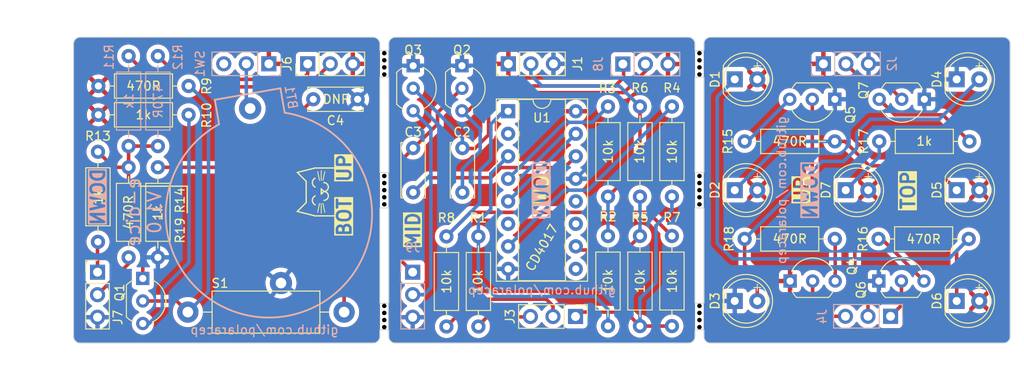
<source format=kicad_pcb>
(kicad_pcb (version 20240108) (generator "pcbnew") (generator_version "8.0")
  (layers (0 "F.Cu" signal) (31 "B.Cu" signal) (34 "B.Paste" user) (35 "F.Paste" user) (36 "B.SilkS" user "B.Silkscreen") (37 "F.SilkS" user "F.Silkscreen") (38 "B.Mask" user) (39 "F.Mask" user) (44 "Edge.Cuts" user))
  (net 0 "")
  (net 1 "Net-(BT1-+)")
  (net 2 "GND")
  (net 3 "+3V0")
  (net 4 "/R11_IN_MID")
  (net 5 "Net-(U1-Q0)")
  (net 6 "Net-(U1-Q2)")
  (net 7 "Net-(U1-Q3)")
  (net 8 "Net-(U1-Q4)")
  (net 9 "Net-(U1-Q5)")
  (net 11 "/RST")
  (net 16 "Net-(Q7-C)")
  (net 17 "/3V_TOP")
  (net 18 "/GND_TOP")
  (net 19 "Net-(D1-K)")
  (net 20 "Net-(D2-K)")
  (net 21 "Net-(D3-A)")
  (net 22 "Net-(D7-K)")
  (net 23 "/R12_IN_MID")
  (net 24 "/SEG_7_MID")
  (net 25 "/SEG_34_MID")
  (net 26 "/SEG_25_MID")
  (net 27 "/SEG_16_MID")
  (net 28 "/SEG_7_TOP")
  (net 29 "/SEG_34_TOP")
  (net 30 "/SEG_25_TOP")
  (net 31 "/SEG_16_TOP")
  (net 32 "Net-(Q1-C)")
  (net 33 "/R14_IN_MID")
  (net 34 "Net-(Q4-C)")
  (net 35 "Net-(Q5-C)")
  (net 37 "/R13_IN_MID")
  (net 38 "/R11_IN_BOT")
  (net 39 "Net-(Q6-C)")
  (net 40 "/bot_gnd")
  (net 41 "/bot_3V")
  (net 42 "/R12_IN_BOT")
  (net 43 "/R13_IN_BOT")
  (net 44 "/R14_IN_BOT")
  (net 45 "Net-(Q1-E)")
  (net 46 "Net-(S1-Pin_2)")
  (net 47 "Net-(Q1-B)")
  (footprint "Resistor_THT:R_Axial_DIN0207_L6.3mm_D2.5mm_P10.16mm_Horizontal" (layer "F.Cu") (at 192.75 59.75 180)
    (property "Reference" "R18")
    (property "Value" "470R")
  )
  (footprint "" (layer "F.Cu") (at 177.5 39.6)
    (property "Reference" "")
    (property "Value" "")
  )
  (footprint "Capacitor_THT:C_Disc_D6.0mm_W2.5mm_P5.00mm" (layer "F.Cu") (at 134 44)
    (property "Reference" "C4")
    (property "Value" "C")
  )
  (footprint "" (layer "F.Cu") (at 142 53.45)
    (property "Reference" "")
    (property "Value" "")
  )
  (footprint "" (layer "F.Cu") (at 177.5 38.8)
    (property "Reference" "")
    (property "Value" "")
  )
  (footprint "" (layer "F.Cu") (at 142 68.9)
    (property "Reference" "")
    (property "Value" "")
  )
  (footprint "" (layer "F.Cu") (at 177.5 68.9)
    (property "Reference" "")
    (property "Value" "")
  )
  (footprint "" (layer "F.Cu") (at 177.5 54.25)
    (property "Reference" "")
    (property "Value" "")
  )
  (footprint "" (layer "F.Cu") (at 142 69.7)
    (property "Reference" "")
    (property "Value" "")
  )
  (footprint "" (layer "F.Cu") (at 142 38.8)
    (property "Reference" "")
    (property "Value" "")
  )
  (footprint "" (layer "F.Cu") (at 177.5 52.65)
    (property "Reference" "")
    (property "Value" "")
  )
  (footprint "" (layer "F.Cu") (at 142 54.25)
    (property "Reference" "")
    (property "Value" "")
  )
  (footprint "Resistor_THT:R_Axial_DIN0207_L6.3mm_D2.5mm_P10.16mm_Horizontal" (layer "F.Cu") (at 192.75 48.75 180)
    (property "Reference" "R15")
    (property "Value" "470R")
  )
  (footprint "" (layer "F.Cu") (at 142 67.3)
    (property "Reference" "")
    (property "Value" "")
  )
  (footprint "kit-fp:LED_D5.0mm_Marked" (layer "F.Cu") (at 206.475 54.25)
    (property "Reference" "D5")
    (property "Value" "LED")
  )
  (footprint "Resistor_THT:R_Axial_DIN0207_L6.3mm_D2.5mm_P10.16mm_Horizontal" (layer "F.Cu") (at 116.5 51.67 -90)
    (property "Reference" "R19")
    (property "Value" "1k")
  )
  (footprint "Resistor_THT:R_Axial_DIN0207_L6.3mm_D2.5mm_P10.16mm_Horizontal" (layer "F.Cu") (at 170.8 59.42 -90)
    (property "Reference" "R5")
    (property "Value" "10k")
  )
  (footprint "Package_TO_SOT_THT:TO-92_Inline_Wide" (layer "F.Cu") (at 114.800002 64.209996 -90)
    (property "Reference" "Q1")
    (property "Value" "2N3904")
  )
  (footprint "Package_TO_SOT_THT:TO-92_Inline_Wide" (layer "F.Cu") (at 145.25 40.22 -90)
    (property "Reference" "Q3")
    (property "Value" "2N3904")
  )
  (footprint "Package_TO_SOT_THT:TO-92_Inline_Wide" (layer "F.Cu") (at 192.75 44 180)
    (property "Reference" "Q5")
    (property "Value" "2N3904")
  )
  (footprint "Package_DIP:DIP-16_W7.62mm_Socket" (layer "F.Cu") (at 155.95 45.35)
    (property "Reference" "U1")
    (property "Value" "4017")
  )
  (footprint "" (layer "F.Cu") (at 177.5 41.2)
    (property "Reference" "")
    (property "Value" "")
  )
  (footprint "" (layer "F.Cu") (at 177.5 55.85)
    (property "Reference" "")
    (property "Value" "")
  )
  (footprint "" (layer "F.Cu") (at 177.5 67.3)
    (property "Reference" "")
    (property "Value" "")
  )
  (footprint "Resistor_THT:R_Axial_DIN0207_L6.3mm_D2.5mm_P10.16mm_Horizontal" (layer "F.Cu") (at 113.2 51.67 -90)
    (property "Reference" "R14")
    (property "Value" "470R")
  )
  (footprint "kit-fp:LED_D5.0mm_Marked" (layer "F.Cu") (at 193.975 54.25)
    (property "Reference" "D7")
    (property "Value" "LED")
  )
  (footprint "Connector_PinHeader_2.54mm:PinHeader_1x03_P2.54mm_Vertical" (layer "F.Cu") (at 155.975 40 90)
    (property "Reference" "J1")
    (property "Value" "mid_conn_1")
  )
  (footprint "" (layer "F.Cu") (at 177.5 55.05)
    (property "Reference" "")
    (property "Value" "")
  )
  (footprint "Connector_PinHeader_2.54mm:PinHeader_1x03_P2.54mm_Vertical" (layer "F.Cu") (at 109.7 63.5)
    (property "Reference" "J7")
    (property "Value" "bot_conn_2")
  )
  (footprint "kit-fp:LED_D5.0mm_Marked" (layer "F.Cu") (at 206.475 41.75)
    (property "Reference" "D4")
    (property "Value" "LED")
  )
  (footprint "kit-fp:LED_D5.0mm_Marked" (layer "F.Cu") (at 181.475 41.75)
    (property "Reference" "D1")
    (property "Value" "LED")
  )
  (footprint "Resistor_THT:R_Axial_DIN0207_L6.3mm_D2.5mm_P10.16mm_Horizontal" (layer "F.Cu") (at 174.4 44.82 -90)
    (property "Reference" "R4")
    (property "Value" "10k")
  )
  (footprint "" (layer "F.Cu") (at 177.5 69.7)
    (property "Reference" "")
    (property "Value" "")
  )
  (footprint "" (layer "F.Cu") (at 142 41.2)
    (property "Reference" "")
    (property "Value" "")
  )
  (footprint "Resistor_THT:R_Axial_DIN0207_L6.3mm_D2.5mm_P10.16mm_Horizontal" (layer "F.Cu") (at 167.2 44.82 -90)
    (property "Reference" "R3")
    (property "Value" "10k")
  )
  (footprint "Resistor_THT:R_Axial_DIN0207_L6.3mm_D2.5mm_P10.16mm_Horizontal" (layer "F.Cu") (at 174.4 59.42 -90)
    (property "Reference" "R7")
    (property "Value" "10k")
  )
  (footprint "" (layer "F.Cu") (at 177.5 68.1)
    (property "Reference" "")
    (property "Value" "")
  )
  (footprint "Connector_PinHeader_2.54mm:PinHeader_1x03_P2.54mm_Vertical" (layer "F.Cu") (at 163.54 68.5 -90)
    (property "Reference" "J3")
    (property "Value" "mid_conn_2")
  )
  (footprint "kit-fp:LED_D5.0mm_Marked" (layer "F.Cu") (at 181.475 54.25)
    (property "Reference" "D2")
    (property "Value" "LED")
  )
  (footprint "" (layer "F.Cu") (at 177.5 40.4)
    (property "Reference" "")
    (property "Value" "")
  )
  (footprint "" (layer "F.Cu") (at 142 40.4)
    (property "Reference" "")
    (property "Value" "")
  )
  (footprint "Resistor_THT:R_Axial_DIN0207_L6.3mm_D2.5mm_P10.16mm_Horizontal" (layer "F.Cu") (at 167.2 69.58 90)
    (property "Reference" "R2")
    (property "Value" "10k")
  )
  (footprint "kit-fp:LED_D5.0mm_Marked" (layer "F.Cu") (at 181.475 66.75)
    (property "Reference" "D3")
    (property "Value" "LED")
  )
  (footprint "Capacitor_THT:C_Disc_D6.0mm_W2.5mm_P5.00mm" (layer "F.Cu") (at 150.8 54.5 90)
    (property "Reference" "C2")
    (property "Value" "100n")
  )
  (footprint "Resistor_THT:R_Axial_DIN0207_L6.3mm_D2.5mm_P10.16mm_Horizontal" (layer "F.Cu") (at 170.8 54.98 90)
    (property "Reference" "R6")
    (property "Value" "10k")
  )
  (footprint "Resistor_THT:R_Axial_DIN0207_L6.3mm_D2.5mm_P10.16mm_Horizontal" (layer "F.Cu") (at 109.795 45.75)
    (property "Reference" "R10")
    (property "Value" "1k")
  )
  (footprint "Resistor_THT:R_Axial_DIN0207_L6.3mm_D2.5mm_P10.16mm_Horizontal" (layer "F.Cu") (at 149 59.47 -90)
    (property "Reference" "R8")
    (property "Value" "10k")
  )
  (footprint "Package_TO_SOT_THT:TO-92_Inline_Wide" (layer "F.Cu") (at 202.83 44 180)
    (property "Reference" "Q7")
    (property "Value" "2N3904")
  )
  (footprint "Resistor_THT:R_Axial_DIN0207_L6.3mm_D2.5mm_P10.16mm_Horizontal" (layer "F.Cu") (at 207.83 59.75 180)
    (property "Reference" "R16")
    (property "Value" "470R")
  )
  (footprint "Package_TO_SOT_THT:TO-92_Inline_Wide" (layer "F.Cu") (at 150.75 40.22 -90)
    (property "Reference" "Q2")
    (property "Value" "2N3904")
  )
  (footprint "Capacitor_THT:C_Disc_D6.0mm_W2.5mm_P5.00mm" (layer "F.Cu") (at 145.25 49.5 -90)
    (property "Reference" "C3")
    (property "Value" "100n")
  )
  (footprint "Resistor_THT:R_Axial_DIN0207_L6.3mm_D2.5mm_P10.16mm_Horizontal" (layer "F.Cu") (at 152.6 59.47 -90)
    (property "Reference" "R1")
    (property "Value" "10k")
  )
  (footprint "" (layer "F.Cu") (at 142 68.1)
    (property "Reference" "")
    (property "Value" "")
  )
  (footprint "Package_TO_SOT_THT:TO-92_Inline_Wide" (layer "F.Cu") (at 197.71 64.5)
    (property "Reference" "Q6")
    (property "Value" "2N3904")
  )
  (footprint "kit-fp:SW-420" (layer "F.Cu") (at 119.875 68.002862)
    (property "Reference" "S1")
    (property "Value" "Vibration Sensor")
  )
  (footprint "" (layer "F.Cu") (at 142 55.05)
    (property "Reference" "")
    (property "Value" "")
  )
  (footprint "Resistor_THT:R_Axial_DIN0207_L6.3mm_D2.5mm_P10.16mm_Horizontal" (layer "F.Cu") (at 109.75 49.92 -90)
    (property "Reference" "R13")
    (property "Value" "1k")
  )
  (footprint "" (layer "F.Cu") (at 142 55.85)
    (property "Reference" "")
    (property "Value" "")
  )
  (footprint "Resistor_THT:R_Axial_DIN0207_L6.3mm_D2.5mm_P10.16mm_Horizontal" (layer "F.Cu") (at 197.75 48.75)
    (property "Reference" "R17")
    (property "Value" "1k")
  )
  (footprint "Package_TO_SOT_THT:TO-92_Inline_Wide" (layer "F.Cu") (at 187.71 64.5)
    (property "Reference" "Q4")
    (property "Value" "2N3906")
  )
  (footprint "" (layer "F.Cu") (at 142 39.6)
    (property "Reference" "")
    (property "Value" "")
  )
  (footprint "Resistor_THT:R_Axial_DIN0207_L6.3mm_D2.5mm_P10.16mm_Horizontal" (layer "F.Cu") (at 109.795 42.5)
    (property "Reference" "R9")
    (property "Value" "470R")
  )
  (footprint "" (layer "F.Cu") (at 177.5 53.45)
    (property "Reference" "")
    (property "Value" "")
  )
  (footprint "Connector_PinHeader_2.54mm:PinHeader_1x03_P2.54mm_Vertical" (layer "F.Cu") (at 133.375 40 90)
    (property "Reference" "J6")
    (property "Value" "bot_conn_1")
  )
  (footprint "kit-fp:LED_D5.0mm_Marked" (layer "F.Cu") (at 206.475 66.75)
    (property "Reference" "D6")
    (property "Value" "LED")
  )
  (footprint "" (layer "F.Cu") (at 142 52.65)
    (property "Reference" "")
    (property "Value" "")
  )
  (footprint "Resistor_THT:R_Axial_DIN0207_L6.3mm_D2.5mm_P10.16mm_Horizontal" (layer "B.Cu") (at 116.5 49.28 90)
    (property "Reference" "R11")
    (property "Value" "470R")
  )
  (footprint "Connector_PinSocket_2.54mm:PinSocket_1x03_P2.54mm_Vertical" (layer "B.Cu") (at 145.2 63.5 180)
    (property "Reference" "J9")
    (property "Value" "mid_conn_4")
  )
  (footprint "Connector_PinHeader_2.54mm:PinHeader_1x03_P2.54mm_Vertical" (layer "B.Cu") (at 129 39.999999 90)
    (property "Reference" "SW1")
    (property "Value" "SW_SPDT")
  )
  (footprint "Connector_PinSocket_2.54mm:PinSocket_1x03_P2.54mm_Vertical" (layer "B.Cu") (at 191.46 40 -90)
    (property "Reference" "J2")
    (property "Value" "top_conn_1")
  )
  (footprint "Resistor_THT:R_Axial_DIN0207_L6.3mm_D2.5mm_P10.16mm_Horizontal" (layer "B.Cu") (at 113.2 49.28 90)
    (property "Reference" "R12")
    (property "Value" "1k")
  )
  (footprint "Connector_PinSocket_2.54mm:PinSocket_1x03_P2.54mm_Vertical" (layer "B.Cu") (at 199.025 68.475 90)
    (property "Reference" "J4")
    (property "Value" "top_conn_2")
  )
  (footprint "kit-fp:CONNFLY_DS1092-04" (layer "B.Cu") (at 129 56.997138 100)
    (property "Reference" "BT1")
    (property "Value" "3V")
  )
  (footprint "Connector_PinSocket_2.54mm:PinSocket_1x03_P2.54mm_Vertical" (layer "B.Cu") (at 168.875 40.025 -90)
    (property "Reference" "J8")
    (property "Value" "mid_conn_3")
  )
  (gr_line (start 135.1 53.150002) (end 135.300001 52.15) (stroke (width 0.1)) (layer "F.SilkS"))
  (gr_line (start 132.2 52.25) (end 134.2 51.75) (stroke (width 0.15)) (layer "F.SilkS"))
  (gr_line (start 133.2 53.25) (end 132.2 52.25) (stroke (width 0.15)) (layer "F.SilkS"))
  (gr_line (start 134.9 53.150001) (end 134.9 52.05) (stroke (width 0.1)) (layer "F.SilkS"))
  (gr_line (start 114.6 53.8) (end 119.8 53.8) (stroke (width 0.15)) (layer "F.SilkS"))
  (gr_line (start 134.9 54.099999) (end 135.2 54.4) (stroke (width 0.15)) (layer "F.SilkS"))
  (gr_line (start 134.7 53.15) (end 134.5 52.15) (stroke (width 0.1)) (layer "F.SilkS"))
  (gr_line (start 134.899999 54.7) (end 134.9 54.099999) (stroke (width 0.15)) (layer "F.SilkS"))
  (gr_line (start 134.9 55.750001) (end 134.9 56.850001) (stroke (width 0.1)) (layer "F.SilkS"))
  (gr_arc (start 135.2 54.4) (mid 135.699998 54.9) (end 135.2 55.4) (stroke (width 0.15)) (layer "F.SilkS"))
  (gr_arc (start 134.209015 53.9) (mid 133.899999 53.4) (end 134.209016 52.900002) (stroke (width 0.15)) (layer "F.SilkS"))
  (gr_line (start 134.2 57.15) (end 136.45 57.15) (stroke (width 0.15)) (layer "F.SilkS"))
  (gr_arc (start 134.209015 55.899999) (mid 133.899999 55.4) (end 134.209016 54.900002) (stroke (width 0.15)) (layer "F.SilkS"))
  (gr_line (start 133.2 55.65) (end 133.2 53.25) (stroke (width 0.15)) (layer "F.SilkS"))
  (gr_line (start 135.099998 55.75) (end 135.299999 56.75) (stroke (width 0.1)) (layer "F.SilkS"))
  (gr_line (start 132.199999 56.649999) (end 133.2 55.65) (stroke (width 0.15)) (layer "F.SilkS"))
  (gr_line (start 135.2 54.4) (end 134.899999 54.7) (stroke (width 0.15)) (layer "F.SilkS"))
  (gr_line (start 134.7 55.749999) (end 134.5 56.750002) (stroke (width 0.1)) (layer "F.SilkS"))
  (gr_line (start 119.8 53.8) (end 119.8 56.8) (stroke (width 0.15)) (layer "F.SilkS"))
  (gr_line (start 134.2 51.75) (end 136.449999 51.750001) (stroke (width 0.15)) (layer "F.SilkS"))
  (gr_line (start 134.2 57.15) (end 132.199999 56.649999) (stroke (width 0.15)) (layer "F.SilkS"))
  (gr_arc (start 135.2 53.4) (mid 135.700002 53.9) (end 135.2 54.4) (stroke (width 0.15)) (layer "F.SilkS"))
  (gr_line (start 177 67) (end 178 67) (stroke (width 0.1)) (layer "Edge.Cuts"))
  (gr_line (start 212.5 70.75) (end 212.5 37.75) (stroke (width 0.1)) (layer "Edge.Cuts"))
  (gr_arc (start 107.75 71.5) (mid 107.21967 71.28033) (end 107 70.75) (stroke (width 0.1)) (layer "Edge.Cuts"))
  (gr_line (start 141.5 41.5) (end 142.5 41.5) (stroke (width 0.1)) (layer "Edge.Cuts"))
  (gr_arc (start 142.5 37.75) (mid 142.71967 37.21967) (end 143.25 37) (stroke (width 0.1)) (layer "Edge.Cuts"))
  (gr_arc (start 107 37.75) (mid 107.21967 37.21967) (end 107.75 37) (stroke (width 0.1)) (layer "Edge.Cuts"))
  (gr_line (start 177 38.5) (end 177 37.75) (stroke (width 0.1)) (layer "Edge.Cuts"))
  (gr_line (start 177 70.75) (end 177 70) (stroke (width 0.1)) (layer "Edge.Cuts"))
  (gr_line (start 107 37.75) (end 107 70.75) (stroke (width 0.1)) (layer "Edge.Cuts"))
  (gr_line (start 211.75 37) (end 178.75 37) (stroke (width 0.1)) (layer "Edge.Cuts"))
  (gr_arc (start 178.75 71.5) (mid 178.21967 71.28033) (end 178 70.75) (stroke (width 0.1)) (layer "Edge.Cuts"))
  (gr_line (start 141.5 38.5) (end 142.5 38.5) (stroke (width 0.1)) (layer "Edge.Cuts"))
  (gr_line (start 141.5 67) (end 142.5 67) (stroke (width 0.1)) (layer "Edge.Cuts"))
  (gr_line (start 142.5 52.25) (end 142.5 41.5) (stroke (width 0.1)) (layer "Edge.Cuts"))
  (gr_arc (start 176.25 37) (mid 176.78033 37.21967) (end 177 37.75) (stroke (width 0.1)) (layer "Edge.Cuts"))
  (gr_line (start 141.5 56.25) (end 141.5 67) (stroke (width 0.1)) (layer "Edge.Cuts"))
  (gr_line (start 141.5 70.75) (end 141.5 70) (stroke (width 0.1)) (layer "Edge.Cuts"))
  (gr_line (start 143.25 71.5) (end 176.25 71.5) (stroke (width 0.1)) (layer "Edge.Cuts"))
  (gr_line (start 142.5 67) (end 142.5 56.25) (stroke (width 0.1)) (layer "Edge.Cuts"))
  (gr_line (start 142.5 37.75) (end 142.5 38.5) (stroke (width 0.1)) (layer "Edge.Cuts"))
  (gr_line (start 141.5 41.5) (end 141.5 52.25) (stroke (width 0.1)) (layer "Edge.Cuts"))
  (gr_arc (start 178 37.75) (mid 178.21967 37.21967) (end 178.75 37) (stroke (width 0.1)) (layer "Edge.Cuts"))
  (gr_arc (start 211.75 37) (mid 212.28033 37.21967) (end 212.5 37.75) (stroke (width 0.1)) (layer "Edge.Cuts"))
  (gr_arc (start 143.25 71.5) (mid 142.71967 71.28033) (end 142.5 70.75) (stroke (width 0.1)) (layer "Edge.Cuts"))
  (gr_arc (start 140.75 37) (mid 141.28033 37.21967) (end 141.5 37.75) (stroke (width 0.1)) (layer "Edge.Cuts"))
  (gr_line (start 177 41.5) (end 177 52.25) (stroke (width 0.1)) (layer "Edge.Cuts"))
  (gr_line (start 178 70) (end 178 70.75) (stroke (width 0.1)) (layer "Edge.Cuts"))
  (gr_line (start 142.5 70) (end 142.5 70.75) (stroke (width 0.1)) (layer "Edge.Cuts"))
  (gr_line (start 176.25 37) (end 143.25 37) (stroke (width 0.1)) (layer "Edge.Cuts"))
  (gr_line (start 141.5 38.5) (end 141.5 37.75) (stroke (width 0.1)) (layer "Edge.Cuts"))
  (gr_line (start 141.5 52.25) (end 142.5 52.25) (stroke (width 0.1)) (layer "Edge.Cuts"))
  (gr_line (start 177 41.5) (end 178 41.5) (stroke (width 0.1)) (layer "Edge.Cuts"))
  (gr_line (start 178 67) (end 178 56.25) (stroke (width 0.1)) (layer "Edge.Cuts"))
  (gr_line (start 107.75 71.5) (end 140.75 71.5) (stroke (width 0.1)) (layer "Edge.Cuts"))
  (gr_arc (start 141.5 70.75) (mid 141.28033 71.28033) (end 140.75 71.5) (stroke (width 0.1)) (layer "Edge.Cuts"))
  (gr_arc (start 212.5 70.75) (mid 212.28033 71.28033) (end 211.75 71.5) (stroke (width 0.1)) (layer "Edge.Cuts"))
  (gr_line (start 177 38.5) (end 178 38.5) (stroke (width 0.1)) (layer "Edge.Cuts"))
  (gr_line (start 178.75 71.5) (end 211.75 71.5) (stroke (width 0.1)) (layer "Edge.Cuts"))
  (gr_line (start 141.5 56.25) (end 142.5 56.25) (stroke (width 0.1)) (layer "Edge.Cuts"))
  (gr_arc (start 177 70.75) (mid 176.78033 71.28033) (end 176.25 71.5) (stroke (width 0.1)) (layer "Edge.Cuts"))
  (gr_line (start 178 52.25) (end 178 41.5) (stroke (width 0.1)) (layer "Edge.Cuts"))
  (gr_line (start 140.75 37) (end 107.75 37) (stroke (width 0.1)) (layer "Edge.Cuts"))
  (gr_line (start 177 70) (end 178 70) (stroke (width 0.1)) (layer "Edge.Cuts"))
  (gr_line (start 178 37.75) (end 178 38.5) (stroke (width 0.1)) (layer "Edge.Cuts"))
  (gr_line (start 177 56.25) (end 177 67) (stroke (width 0.1)) (layer "Edge.Cuts"))
  (gr_line (start 177 56.25) (end 178 56.25) (stroke (width 0.1)) (layer "Edge.Cuts"))
  (gr_line (start 141.5 70) (end 142.5 70) (stroke (width 0.1)) (layer "Edge.Cuts"))
  (gr_line (start 177 52.25) (end 178 52.25) (stroke (width 0.1)) (layer "Edge.Cuts"))
  (gr_text "github.com/polaracep" (at 186.75 54.25 90) (layer "B.SilkS") (effects (font (size 1 1)) (justify mirror)))
  (gr_text "V1.0" (at 117 56.75 90) (layer "B.SilkS") (effects (font (size 1.5 1.5) (thickness 0.2)) (justify bottom mirror)))
  (gr_text "DOWN" (at 159.75 54.25 90) (layer "B.SilkS" knockout) (effects (font (size 1.5 1.5) (thickness 0.3) (bold yes)) (justify mirror)))
  (gr_text "e-dice" (at 113.75 56.75 90) (layer "B.SilkS") (effects (font (size 1.5 1.5) (thickness 0.2)) (justify mirror)))
  (gr_text "DOWN" (at 109.75 55 90) (layer "B.SilkS" knockout) (effects (font (size 1.5 1.5) (thickness 0.3) (bold yes)) (justify mirror)))
  (gr_text "DOWN" (at 190 54.25 90) (layer "B.SilkS" knockout) (effects (font (size 1.5 1.5) (thickness 0.3) (bold yes)) (justify mirror)))
  (gr_text "github.com/polaracep" (at 128.5 70 0) (layer "B.SilkS") (effects (font (size 1 1)) (justify mirror)))
  (gr_text "github.com/polaracep" (at 159.75 65.5 0) (layer "B.SilkS") (effects (font (size 1 1)) (justify mirror)))
  (gr_text "TOP" (at 201 54.25 90) (layer "F.SilkS" knockout) (effects (font (size 1.5 1.5) (thickness 0.3) (bold yes))))
  (gr_text "UP" (at 189 54.25 90) (layer "F.SilkS" knockout) (effects (font (size 1.5 1.5) (thickness 0.3) (bold yes))))
  (gr_text "UP" (at 137.5 53.5 90) (layer "F.SilkS" knockout) (effects (font (size 1.5 1.5) (thickness 0.3) (bold yes)) (justify left)))
  (gr_text "UP" (at 159.75 54.25 90) (layer "F.SilkS" knockout) (effects (font (size 1.5 1.5) (thickness 0.3) (bold yes))))
  (gr_text "MID" (at 145.25 58.75 90) (layer "F.SilkS" knockout) (effects (font (size 1.5 1.5) (thickness 0.3) (bold yes))))
  (gr_text "BOT" (at 137.5 55 90) (layer "F.SilkS" knockout) (effects (font (size 1.5 1.5) (thickness 0.3) (bold yes)) (justify right)))
  (gr_text "CD4017" (at 159.75 60.75 60) (layer "F.SilkS") (effects (font (size 1 1))))
  (gr_text "DNP" (at 136.6 44 0) (layer "F.SilkS") (effects (font (size 1 1))))
  (segment (start 126.46 39.999999) (end 126.46 44.601549) (width 0.4) (layer "B.Cu") (net 1))
  (segment (start 126.46 44.601549) (end 126.890175 45.031724) (width 0.4) (layer "B.Cu") (net 1))
  (segment (start 163.57 52.97) (end 165.4 51.14) (width 0.4) (layer "B.Cu") (net 2))
  (segment (start 161.7 45.35) (end 161.2 45.85) (width 0.4) (layer "F.Cu") (net 3))
  (segment (start 163.57 45.35) (end 161.7 45.35) (width 0.4) (layer "F.Cu") (net 3))
  (segment (start 168 42.5) (end 168.96 41.54) (width 0.4) (layer "F.Cu") (net 4))
  (segment (start 168.96 41.54) (end 168.96 40.05) (width 0.4) (layer "F.Cu") (net 4))
  (segment (start 151.45 45.3) (end 154.25 42.5) (width 0.4) (layer "F.Cu") (net 4))
  (segment (start 150.75 45.3) (end 151.45 45.3) (width 0.4) (layer "F.Cu") (net 4))
  (segment (start 154.25 42.5) (end 168 42.5) (width 0.4) (layer "F.Cu") (net 4))
  (segment (start 150.8 54.55) (end 150.8 51.85) (width 0.4) (layer "B.Cu") (net 4))
  (segment (start 152.8 47.35) (end 150.75 45.3) (width 0.4) (layer "B.Cu") (net 4))
  (segment (start 152.8 49.85) (end 152.8 47.35) (width 0.4) (layer "B.Cu") (net 4))
  (segment (start 150.8 51.85) (end 152.8 49.85) (width 0.4) (layer "B.Cu") (net 4))
  (segment (start 152.6 59.47) (end 152.6 64.35) (width 0.4) (layer "B.Cu") (net 5))
  (segment (start 152.6 64.35) (end 154.5 66.25) (width 0.4) (layer "B.Cu") (net 5))
  (segment (start 154 52.38) (end 154 56.4) (width 0.4) (layer "B.Cu") (net 5))
  (segment (start 152.6 57.8) (end 152.6 59.47) (width 0.4) (layer "B.Cu") (net 5))
  (segment (start 165.75 66.25) (end 167.2 67.7) (width 0.4) (layer "B.Cu") (net 5))
  (segment (start 154 56.4) (end 152.6 57.8) (width 0.4) (layer "B.Cu") (net 5))
  (segment (start 154.5 66.25) (end 165.75 66.25) (width 0.4) (layer "B.Cu") (net 5))
  (segment (start 155.95 50.43) (end 154 52.38) (width 0.4) (layer "B.Cu") (net 5))
  (segment (start 167.2 67.7) (end 167.2 69.58) (width 0.4) (layer "B.Cu") (net 5))
  (segment (start 155.95 52.97) (end 162.32 46.6) (width 0.4) (layer "B.Cu") (net 6))
  (segment (start 165.42 46.6) (end 167.2 44.82) (width 0.4) (layer "B.Cu") (net 6))
  (segment (start 162.32 46.6) (end 165.42 46.6) (width 0.4) (layer "B.Cu") (net 6))
  (segment (start 174.4 44.82) (end 164.97 54.25) (width 0.4) (layer "B.Cu") (net 7))
  (segment (start 164.97 54.25) (end 162.29 54.25) (width 0.4) (layer "B.Cu") (net 7))
  (segment (start 162.29 54.25) (end 155.95 60.59) (width 0.4) (layer "B.Cu") (net 7))
  (segment (start 163.98 61) (end 169.22 61) (width 0.4) (layer "F.Cu") (net 8))
  (segment (start 169.22 61) (end 170.8 59.42) (width 0.4) (layer "F.Cu") (net 8))
  (segment (start 163.57 60.59) (end 163.98 61) (width 0.4) (layer "F.Cu") (net 8))
  (segment (start 170.8 54.98) (end 170.8 59.42) (width 0.4) (layer "B.Cu") (net 8))
  (segment (start 149 59.47) (end 151.72 56.75) (width 0.4) (layer "F.Cu") (net 9))
  (segment (start 151.72 56.75) (end 171.73 56.75) (width 0.4) (layer "F.Cu") (net 9))
  (segment (start 171.73 56.75) (end 174.4 59.42) (width 0.4) (layer "F.Cu") (net 9))
  (segment (start 152.75 55.72) (end 149 59.47) (width 0.4) (layer "B.Cu") (net 9))
  (segment (start 154 46.8) (end 154 50.8) (width 0.4) (layer "B.Cu") (net 9))
  (segment (start 155.95 45.35) (end 155.45 45.35) (width 0.4) (layer "B.Cu") (net 9))
  (segment (start 155.45 45.35) (end 154 46.8) (width 0.4) (layer "B.Cu") (net 9))
  (segment (start 152.75 52.05) (end 152.75 55.72) (width 0.4) (layer "B.Cu") (net 9))
  (segment (start 154 50.8) (end 152.75 52.05) (width 0.4) (layer "B.Cu") (net 9))
  (segment (start 155.95 55.51) (end 163.57 47.89) (width 0.4) (layer "B.Cu") (net 11))
  (segment (start 199.5 45.75) (end 197.75 44) (width 0.4) (layer "F.Cu") (net 16))
  (segment (start 204.91 45.75) (end 199.5 45.75) (width 0.4) (layer "F.Cu") (net 16))
  (segment (start 207.91 48.75) (end 204.91 45.75) (width 0.4) (layer "F.Cu") (net 16))
  (segment (start 206.475 66.75) (end 206.475 61.105) (width 0.4) (layer "F.Cu") (net 19))
  (segment (start 206.475 61.105) (end 207.83 59.75) (width 0.4) (layer "F.Cu") (net 19))
  (segment (start 179.5 43.725) (end 181.475 41.75) (width 0.4) (layer "B.Cu") (net 19))
  (segment (start 181.25 62) (end 179.5 60.25) (width 0.4) (layer "B.Cu") (net 19))
  (segment (start 179.5 60.25) (end 179.5 43.725) (width 0.4) (layer "B.Cu") (net 19))
  (segment (start 207.83 59.75) (end 205.58 62) (width 0.4) (layer "B.Cu") (net 19))
  (segment (start 205.58 62) (end 181.25 62) (width 0.4) (layer "B.Cu") (net 19))
  (segment (start 196.63137 51.5) (end 203.725 51.5) (width 0.4) (layer "F.Cu") (net 20))
  (segment (start 193.88137 48.75) (end 196.63137 51.5) (width 0.4) (layer "F.Cu") (net 20))
  (segment (start 192.75 48.75) (end 193.88137 48.75) (width 0.4) (layer "F.Cu") (net 20))
  (segment (start 203.725 51.5) (end 206.475 54.25) (width 0.4) (layer "F.Cu") (net 20))
  (segment (start 186.975 48.75) (end 192.75 48.75) (width 0.4) (layer "B.Cu") (net 20))
  (segment (start 181.475 54.25) (end 186.975 48.75) (width 0.4) (layer "B.Cu") (net 20))
  (segment (start 184.015 64.015) (end 182.59 62.59) (width 0.4) (layer "F.Cu") (net 21))
  (segment (start 182.59 62.59) (end 182.59 59.75) (width 0.4) (layer "F.Cu") (net 21))
  (segment (start 184.015 66.75) (end 184.015 64.015) (width 0.4) (layer "F.Cu") (net 21))
  (segment (start 195.25 47.75) (end 195.25 49.5) (width 0.4) (layer "B.Cu") (net 21))
  (segment (start 209.015 41.75) (end 204.515 46.25) (width 0.4) (layer "B.Cu") (net 21))
  (segment (start 195.25 49.5) (end 193.75 51) (width 0.4) (layer "B.Cu") (net 21))
  (segment (start 191.34 51) (end 182.59 59.75) (width 0.4) (layer "B.Cu") (net 21))
  (segment (start 193.75 51) (end 191.34 51) (width 0.4) (layer "B.Cu") (net 21))
  (segment (start 204.515 46.25) (end 196.75 46.25) (width 0.4) (layer "B.Cu") (net 21))
  (segment (start 196.75 46.25) (end 195.25 47.75) (width 0.4) (layer "B.Cu") (net 21))
  (segment (start 197.75 48.75) (end 197.75 50.475) (width 0.4) (layer "B.Cu") (net 22))
  (segment (start 197.75 50.475) (end 193.975 54.25) (width 0.4) (layer "B.Cu") (net 22))
  (segment (start 153.75 48) (end 153.75 44.25) (width 0.4) (layer "F.Cu") (net 23))
  (segment (start 152.2 49.55) (end 153.75 48) (width 0.4) (layer "F.Cu") (net 23))
  (segment (start 154.75 43.25) (end 169 43.25) (width 0.4) (layer "F.Cu") (net 23))
  (segment (start 150.8 49.55) (end 152.2 49.55) (width 0.4) (layer "F.Cu") (net 23))
  (segment (start 169 43.25) (end 171.5 40.75) (width 0.4) (layer "F.Cu") (net 23))
  (segment (start 153.75 44.25) (end 154.75 43.25) (width 0.4) (layer "F.Cu") (net 23))
  (segment (start 171.5 40.75) (end 171.5 40.05) (width 0.4) (layer "F.Cu") (net 23))
  (segment (start 150.8 48.31) (end 150.8 49.55) (width 0.4) (layer "B.Cu") (net 23))
  (segment (start 145.25 42.76) (end 150.8 48.31) (width 0.4) (layer "B.Cu") (net 23))
  (segment (start 170.8 51.38) (end 167.2 54.98) (width 0.4) (layer "F.Cu") (net 24))
  (segment (start 170.8 44.82) (end 170.8 51.38) (width 0.4) (layer "F.Cu") (net 24))
  (segment (start 158.515 40) (end 158.515 41.265) (width 0.4) (layer "B.Cu") (net 24))
  (segment (start 167.2 54.98) (end 167.2 59.42) (width 0.4) (layer "B.Cu") (net 24))
  (segment (start 168.48 42.5) (end 170.8 44.82) (width 0.4) (layer "B.Cu") (net 24))
  (segment (start 158.515 41.265) (end 159.75 42.5) (width 0.4) (layer "B.Cu") (net 24))
  (segment (start 159.75 42.5) (end 168.48 42.5) (width 0.4) (layer "B.Cu") (net 24))
  (segment (start 153.58 68.55) (end 158.49 68.55) (width 0.4) (layer "F.Cu") (net 25))
  (segment (start 152.5 69.63) (end 153.58 68.55) (width 0.4) (layer "F.Cu") (net 25))
  (segment (start 160.25 66.55) (end 161 67.3) (width 0.4) (layer "F.Cu") (net 26))
  (segment (start 161 67.3) (end 161 68.5) (width 0.4) (layer "F.Cu") (net 26))
  (segment (start 149 69.63) (end 152.08 66.55) (width 0.4) (layer "F.Cu") (net 26))
  (segment (start 152.08 66.55) (end 160.25 66.55) (width 0.4) (layer "F.Cu") (net 26))
  (segment (start 163.54 68.5) (end 164.04 68) (width 0.4) (layer "F.Cu") (net 27))
  (segment (start 164.04 68) (end 169.22 68) (width 0.4) (layer "F.Cu") (net 27))
  (segment (start 170.8 69.58) (end 174.4 69.58) (width 0.4) (layer "F.Cu") (net 27))
  (segment (start 169.22 68) (end 170.8 69.58) (width 0.4) (layer "F.Cu") (net 27))
  (segment (start 170.8 69.58) (end 170.8 66.45) (width 0.4) (layer "B.Cu") (net 27))
  (segment (start 172.6 58.25) (end 174.4 56.45) (width 0.4) (layer "B.Cu") (net 27))
  (segment (start 174.4 56.45) (end 174.4 54.98) (width 0.4) (layer "B.Cu") (net 27))
  (segment (start 170.8 66.45) (end 172.6 64.65) (width 0.4) (layer "B.Cu") (net 27))
  (segment (start 172.6 64.65) (end 172.6 58.25) (width 0.4) (layer "B.Cu") (net 27))
  (segment (start 198.09 41.8) (end 200.29 44) (width 0.4) (layer "F.Cu") (net 28))
  (segment (start 195.8 41.8) (end 198.09 41.8) (width 0.4) (layer "F.Cu") (net 28))
  (segment (start 194 40) (end 195.8 41.8) (width 0.4) (layer "F.Cu") (net 28))
  (segment (start 191.475 68.475) (end 190.25 67.25) (width 0.4) (layer "F.Cu") (net 29))
  (segment (start 190.25 67.25) (end 190.25 64.5) (width 0.4) (layer "F.Cu") (net 29))
  (segment (start 193.945 68.475) (end 191.475 68.475) (width 0.4) (layer "F.Cu") (net 29))
  (segment (start 196.485 66.985) (end 196.485 68.475) (width 0.4) (layer "F.Cu") (net 30))
  (segment (start 190.21 44) (end 190.21 55.71) (width 0.4) (layer "F.Cu") (net 30))
  (segment (start 195 65.5) (end 196.485 66.985) (width 0.4) (layer "F.Cu") (net 30))
  (segment (start 195 57.5) (end 195 65.5) (width 0.4) (layer "F.Cu") (net 30))
  (segment (start 190.21 55.71) (end 191.25 56.75) (width 0.4) (layer "F.Cu") (net 30))
  (segment (start 194.25 56.75) (end 195 57.5) (width 0.4) (layer "F.Cu") (net 30))
  (segment (start 191.25 56.75) (end 194.25 56.75) (width 0.4) (layer "F.Cu") (net 30))
  (segment (start 200.25 67.25) (end 199.025 68.475) (width 0.4) (layer "F.Cu") (net 31))
  (segment (start 200.25 64.5) (end 200.25 67.25) (width 0.4) (layer "F.Cu") (net 31))
  (segment (start 117 65.4) (end 119.999999 62.400001) (width 0.4) (layer "B.Cu") (net 32))
  (segment (start 117 67.8) (end 117 65.4) (width 0.4) (layer "B.Cu") (net 32))
  (segment (start 115.510004 69.289996) (end 117 67.8) (width 0.4) (layer "B.Cu") (net 32))
  (segment (start 114.800002 69.289996) (end 115.510004 69.289996) (width 0.4) (layer "B.Cu") (net 32))
  (segment (start 119.999999 62.400001) (end 119.999999 45.670001) (width 0.4) (layer "B.Cu") (net 32))
  (segment (start 163.57 50.43) (end 162.3 51.7) (width 0.4) (layer "F.Cu") (net 33))
  (segment (start 162.3 51.7) (end 155.15 51.7) (width 0.4) (layer "F.Cu") (net 33))
  (segment (start 155.15 51.7) (end 154 52.85) (width 0.4) (layer "F.Cu") (net 33))
  (segment (start 146.9 52.85) (end 145.25 54.5) (width 0.4) (layer "F.Cu") (net 33))
  (segment (start 154 52.85) (end 146.9 52.85) (width 0.4) (layer "F.Cu") (net 33))
  (segment (start 145.25 54.5) (end 147.25 52.5) (width 0.4) (layer "B.Cu") (net 33))
  (segment (start 147.25 65.25) (end 147.25 47.3) (width 0.4) (layer "B.Cu") (net 33))
  (segment (start 146.46 66.04) (end 147.25 65.25) (width 0.4) (layer "B.Cu") (net 33))
  (segment (start 145.2 66.04) (end 146.46 66.04) (width 0.4) (layer "B.Cu") (net 33))
  (segment (start 147.25 47.3) (end 145.25 45.3) (width 0.4) (layer "B.Cu") (net 33))
  (segment (start 192.79 64.5) (end 192.79 59.79) (width 0.4) (layer "F.Cu") (net 34))
  (segment (start 192.79 59.79) (end 192.75 59.75) (width 0.4) (layer "F.Cu") (net 34))
  (segment (start 182.92 48.75) (end 182.59 48.75) (width 0.4) (layer "B.Cu") (net 35))
  (segment (start 187.67 44) (end 182.92 48.75) (width 0.4) (layer "B.Cu") (net 35))
  (segment (start 143.8 51) (end 148 46.8) (width 0.4) (layer "F.Cu") (net 37))
  (segment (start 145.2 63.5) (end 143.8 62.1) (width 0.4) (layer "F.Cu") (net 37))
  (segment (start 148 46.8) (end 148 45.51) (width 0.4) (layer "F.Cu") (net 37))
  (segment (start 148 45.51) (end 150.75 42.76) (width 0.4) (layer "F.Cu") (net 37))
  (segment (start 143.8 62.1) (end 143.8 51) (width 0.4) (layer "F.Cu") (net 37))
  (segment (start 122.95 41.75) (end 132.75 41.75) (width 0.4) (layer "F.Cu") (net 38))
  (segment (start 117.53 40.15) (end 121.35 40.15) (width 0.4) (layer "F.Cu") (net 38))
  (segment (start 133.375 41.125) (end 133.375 40) (width 0.4) (layer "F.Cu") (net 38))
  (segment (start 121.35 40.15) (end 122.95 41.75) (width 0.4) (layer "F.Cu") (net 38))
  (segment (start 116.5 39.12) (end 117.53 40.15) (width 0.4) (layer "F.Cu") (net 38))
  (segment (start 132.75 41.75) (end 133.375 41.125) (width 0.4) (layer "F.Cu") (net 38))
  (segment (start 198.04 59.75) (end 197.67 59.75) (width 0.4) (layer "F.Cu") (net 39))
  (segment (start 202.79 64.5) (end 198.04 59.75) (width 0.4) (layer "F.Cu") (net 39))
  (segment (start 122.6 42.6) (end 133.315 42.6) (width 0.4) (layer "F.Cu") (net 42))
  (segment (start 133.315 42.6) (end 135.915 40) (width 0.4) (layer "F.Cu") (net 42))
  (segment (start 113.2 39.12) (end 115.08 41) (width 0.4) (layer "F.Cu") (net 42))
  (segment (start 115.08 41) (end 121 41) (width 0.4) (layer "F.Cu") (net 42))
  (segment (start 121 41) (end 122.6 42.6) (width 0.4) (layer "F.Cu") (net 42))
  (segment (start 109.7 63.5) (end 109.7 60.13) (width 0.4) (layer "F.Cu") (net 43))
  (segment (start 109.7 60.13) (end 109.75 60.08) (width 0.4) (layer "F.Cu") (net 43))
  (segment (start 113.25 62.49) (end 113.25 61.83) (width 0.4) (layer "F.Cu") (net 44))
  (segment (start 109.7 66.04) (end 113.25 62.49) (width 0.4) (layer "F.Cu") (net 44))
  (segment (start 114.8 64.209994) (end 114.8 60.6) (width 0.4) (layer "F.Cu") (net 45))
  (segment (start 111.5 51.67) (end 109.75 49.92) (width 0.4) (layer "F.Cu") (net 45))
  (segment (start 113.2 51.67) (end 113.2 49.28) (width 0.4) (layer "F.Cu") (net 45))
  (segment (start 114.8 60.6) (end 113.2 59) (width 0.4) (layer "F.Cu") (net 45))
  (segment (start 116.5 49.28) (end 113.2 49.28) (width 0.4) (layer "F.Cu") (net 45))
  (segment (start 113.2 59) (end 113.2 51.67) (width 0.4) (layer "F.Cu") (net 45))
  (segment (start 113.2 51.67) (end 111.5 51.67) (width 0.4) (layer "F.Cu") (net 45))
  (segment (start 114.800002 64.209996) (end 114.8 64.209994) (width 0.4) (layer "F.Cu") (net 45))
  (segment (start 116.5 51.67) (end 126.33 51.67) (width 0.4) (layer "F.Cu") (net 46))
  (segment (start 137.475 62.815) (end 126.33 51.67) (width 0.4) (layer "F.Cu") (net 46))
  (segment (start 126.33 51.67) (end 134 44) (width 0.4) (layer "F.Cu") (net 46))
  (segment (start 137.475 68.002862) (end 137.475 62.815) (width 0.4) (layer "F.Cu") (net 46))
  (segment (start 118.622138 66.75) (end 114.800006 66.75) (width 0.4) (layer "F.Cu") (net 47))
  (segment (start 119.875 68.002862) (end 118.622138 66.75) (width 0.4) (layer "F.Cu") (net 47))
  (segment (start 114.800006 66.75) (end 114.800002 66.749996) (width 0.4) (layer "F.Cu") (net 47))
  (segment (start 122.2 44.619998) (end 120 42.419998) (width 0.4) (layer "B.Cu") (net 47))
  (segment (start 119.875 68.002862) (end 122.2 65.677862) (width 0.4) (layer "B.Cu") (net 47))
  (segment (start 122.2 65.677862) (end 122.2 44.619998) (width 0.4) (layer "B.Cu") (net 47))
  (zone (net 3) (net_name "+3V0") (layer "F.Cu") (priority 3) (connect_pads (clearance 0.5)) (min_thickness 0.25) (fill yes (thermal_gap 0.5) (thermal_bridge_width 0.5) (island_removal_mode 1) (island_area_min 10))
    (polygon (pts (xy 142.5 37) (xy 177 37) (xy 177 71.5) (xy 142.5 71.5)))
  )
  (zone (net 17) (net_name "/3V_TOP") (layer "F.Cu") (connect_pads (clearance 0.5)) (min_thickness 0.25) (fill yes (thermal_gap 0.5) (thermal_bridge_width 0.5))
    (polygon (pts (xy 178 37) (xy 212.5 37) (xy 212.5 71.5) (xy 178 71.5)))
  )
  (zone (net 41) (net_name "/bot_3V") (layer "F.Cu") (priority 1) (connect_pads (clearance 0.5)) (min_thickness 0.25) (fill yes (thermal_gap 0.5) (thermal_bridge_width 0.5) (island_removal_mode 1) (island_area_min 10))
    (polygon (pts (xy 107 37) (xy 141.5 37) (xy 141.5 71.5) (xy 107 71.5)))
  )
  (zone (net 0) (net_name "") (layers "F&B.Cu" "Edge.Cuts") (connect_pads (clearance 0)) (min_thickness 0.25)
    (keepout (tracks not_allowed) (vias allowed) (pads not_allowed) (copperpour not_allowed) (footprints allowed))
    (fill (thermal_gap 0.5) (thermal_bridge_width 0.5))
    (polygon (pts (xy 141.5 66.5) (xy 142.5 66.5) (xy 142.5 70.5) (xy 141.5 70.5)))
  )
  (zone (net 0) (net_name "") (layers "F&B.Cu" "Edge.Cuts") (connect_pads (clearance 0)) (min_thickness 0.25)
    (keepout (tracks not_allowed) (vias allowed) (pads not_allowed) (copperpour not_allowed) (footprints allowed))
    (fill (thermal_gap 0.5) (thermal_bridge_width 0.5))
    (polygon (pts (xy 141.5 38) (xy 142.5 38) (xy 142.5 42) (xy 141.5 42)))
  )
  (zone (net 0) (net_name "") (layers "F&B.Cu" "Edge.Cuts") (connect_pads (clearance 0)) (min_thickness 0.25)
    (keepout (tracks not_allowed) (vias allowed) (pads not_allowed) (copperpour not_allowed) (footprints allowed))
    (fill (thermal_gap 0.5) (thermal_bridge_width 0.5))
    (polygon (pts (xy 177 52) (xy 178 52) (xy 178 56.5) (xy 177 56.5)))
  )
  (zone (net 0) (net_name "") (layers "F&B.Cu" "Edge.Cuts") (connect_pads (clearance 0)) (min_thickness 0.25)
    (keepout (tracks not_allowed) (vias allowed) (pads not_allowed) (copperpour not_allowed) (footprints allowed))
    (fill (thermal_gap 0.5) (thermal_bridge_width 0.5))
    (polygon (pts (xy 177 38) (xy 178 38) (xy 178 42) (xy 177 42)))
  )
  (zone (net 0) (net_name "") (layers "F&B.Cu" "Edge.Cuts") (connect_pads (clearance 0)) (min_thickness 0.25)
    (keepout (tracks not_allowed) (vias allowed) (pads not_allowed) (copperpour not_allowed) (footprints allowed))
    (fill (thermal_gap 0.5) (thermal_bridge_width 0.5))
    (polygon (pts (xy 177 66.5) (xy 178 66.5) (xy 178 70.5) (xy 177 70.5)))
  )
  (zone (net 0) (net_name "") (layers "F&B.Cu" "Edge.Cuts") (connect_pads (clearance 0)) (min_thickness 0.25)
    (keepout (tracks not_allowed) (vias allowed) (pads not_allowed) (copperpour not_allowed) (footprints allowed))
    (fill (thermal_gap 0.5) (thermal_bridge_width 0.5))
    (polygon (pts (xy 141.5 52) (xy 142.5 52) (xy 142.5 56.5) (xy 141.5 56.5)))
  )
  (zone (net 18) (net_name "/GND_TOP") (layer "B.Cu") (connect_pads (clearance 0.5)) (min_thickness 0.25) (fill yes (thermal_gap 0.5) (thermal_bridge_width 0.5))
    (polygon (pts (xy 178 37) (xy 212.5 37) (xy 212.5 71.5) (xy 178 71.5)))
  )
  (zone (net 40) (net_name "/bot_gnd") (layer "B.Cu") (priority 1) (connect_pads (clearance 0.5)) (min_thickness 0.25) (fill yes (thermal_gap 0.5) (thermal_bridge_width 0.5) (island_removal_mode 1) (island_area_min 10))
    (polygon (pts (xy 107 37) (xy 141.5 37) (xy 141.5 71.5) (xy 107 71.5)))
  )
  (zone (net 2) (net_name "GND") (layer "B.Cu") (priority 2) (connect_pads (clearance 0.5)) (min_thickness 0.25) (fill yes (thermal_gap 0.5) (thermal_bridge_width 0.5) (island_removal_mode 1) (island_area_min 10))
    (polygon (pts (xy 142.5 37) (xy 177 37) (xy 177 71.5) (xy 142.5 71.5)))
  )
)
</source>
